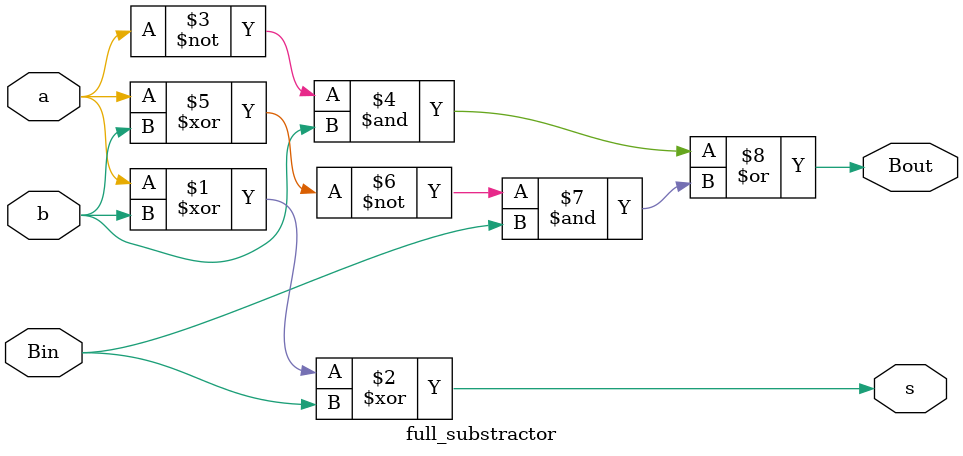
<source format=sv>
`timescale 1ns / 1ps


module full_substractor(input a , b , Bin ,
                        output s , Bout);
   assign s = a^b^Bin ;
   assign Bout = ~a&b | ~(a^b)&Bin ;    
endmodule

</source>
